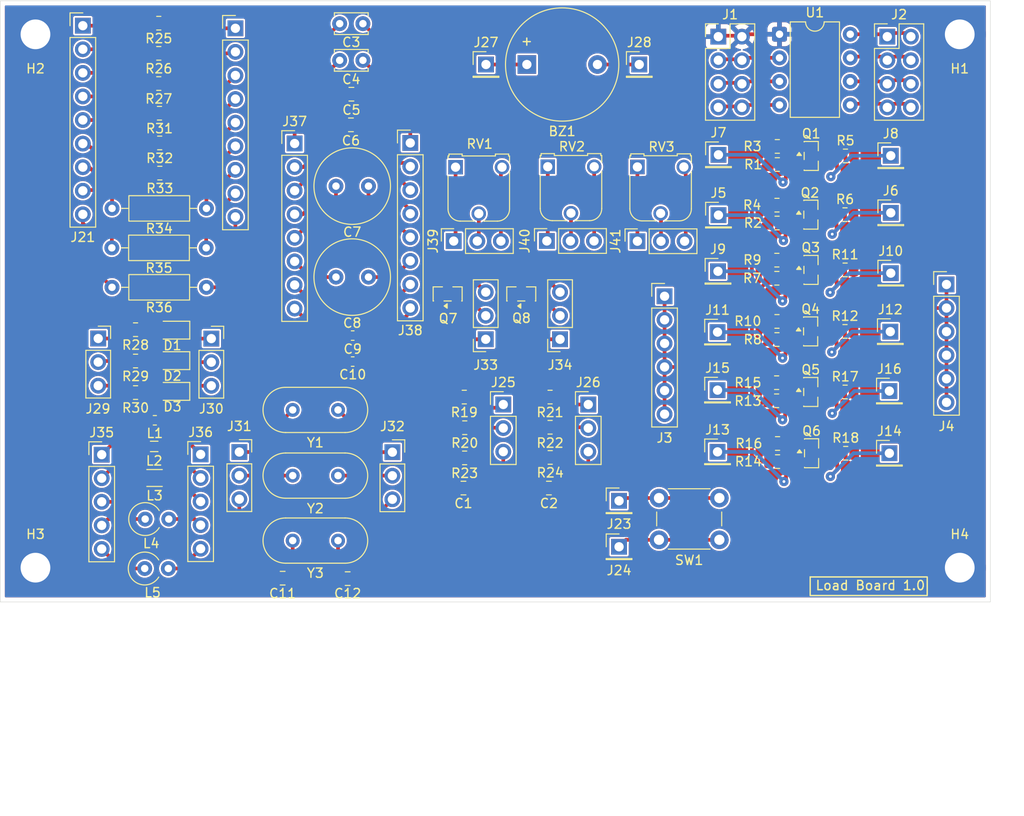
<source format=kicad_pcb>
(kicad_pcb (version 20241229) (generator "pcbnew") (generator_version "9.0")
  (title_block (title "CAN_Board") (date "2025-10-26") (rev "1.0") (company "PKl"))
  (layers (0 "F.Cu" signal) (2 "B.Cu" signal) (13 "F.Paste" user) (15 "B.Paste" user) (5 "F.SilkS" user "F.Silkscreen") (7 "B.SilkS" user "B.Silkscreen") (1 "F.Mask" user) (3 "B.Mask" user) (25 "Edge.Cuts" user))
  (net 0 "")
  (net 1 "GND")
  (net 2 "BZ_IN")
  (net 3 "BZ_OUT")
  (net 4 "Divider_OUT_1")
  (net 5 "Divider_OUT_2")
  (net 6 "Load_C_OUT_1")
  (net 7 "Load_C_IN_1")
  (net 8 "Load_C_IN_2")
  (net 9 "Net-(D1-A)")
  (net 10 "Load_C_OUT_2")
  (net 11 "Load_C_IN_3")
  (net 12 "Load_C_OUT_3")
  (net 13 "Load_C_OUT_4")
  (net 14 "Load_C_IN_4")
  (net 15 "Load_C_OUT_5")
  (net 16 "Load_C_IN_5")
  (net 17 "Load_C_IN_6")
  (net 18 "Load_C_OUT_6")
  (net 19 "Load_C_IN_7")
  (net 20 "Load_C_OUT_7")
  (net 21 "Load_C_OUT_8")
  (net 22 "Load_C_IN_8")
  (net 23 "Net-(C11-Pad2)")
  (net 24 "Load_Crystal_IN_3")
  (net 25 "Net-(C12-Pad1)")
  (net 26 "Load_Crystal_OUT_3")
  (net 27 "Load_LED_OUT_1")
  (net 28 "Load_LED_OUT_2")
  (net 29 "Net-(D2-A)")
  (net 30 "Net-(D3-A)")
  (net 31 "Load_LED_OUT_3")
  (net 32 "U1_5")
  (net 33 "U1_2")
  (net 34 "U1_3")
  (net 35 "3V3_IN")
  (net 36 "U1_4")
  (net 37 "U1_6")
  (net 38 "U1_7")
  (net 39 "U1_8")
  (net 40 "5V_IN")
  (net 41 "COM_3V3_2")
  (net 42 "COM_5V_2")
  (net 43 "COM_3V3_1")
  (net 44 "COM_5V_1")
  (net 45 "COM_3V3_4")
  (net 46 "COM_5V_4")
  (net 47 "COM_3V3_3")
  (net 48 "COM_5V_3")
  (net 49 "COM_3V3_6")
  (net 50 "COM_5V_6")
  (net 51 "COM_3V3_5")
  (net 52 "COM_5V_5")
  (net 53 "Load_L_IN_5")
  (net 54 "Load_L_IN_1")
  (net 55 "Load_L_IN_2")
  (net 56 "Load_L_IN_3")
  (net 57 "Load_L_IN_4")
  (net 58 "Divider_IN_1")
  (net 59 "Divider_GND_1")
  (net 60 "Load_LED_IN_1")
  (net 61 "Load_LED_IN_2")
  (net 62 "Load_LED_IN_3")
  (net 63 "Load_L_OUT_5")
  (net 64 "Load_L_OUT_1")
  (net 65 "Load_L_OUT_2")
  (net 66 "Load_L_OUT_3")
  (net 67 "Load_L_OUT_4")
  (net 68 "Divider_IN_2")
  (net 69 "Divider_GND_2")
  (net 70 "Load_R_IN_1")
  (net 71 "Load_R_IN_2")
  (net 72 "Load_R_IN_3")
  (net 73 "Load_Crystal_IN_1")
  (net 74 "Load_Crystal_IN_2")
  (net 75 "Load_R_OUT_1")
  (net 76 "Load_R_OUT_2")
  (net 77 "Load_R_OUT_3")
  (net 78 "Load_Crystal_OUT_1")
  (net 79 "Load_Crystal_OUT_2")
  (net 80 "Load_R_IN_4")
  (net 81 "Load_R_IN_5")
  (net 82 "Load_R_IN_6")
  (net 83 "Load_R_OUT_4")
  (net 84 "Load_R_OUT_5")
  (net 85 "Load_R_OUT_6")
  (net 86 "SW_IN")
  (net 87 "SW_OUT")
  (net 88 "Load_R_IN_7")
  (net 89 "Load_R_IN_8")
  (net 90 "Load_R_IN_9")
  (net 91 "T1_1")
  (net 92 "T1_2")
  (net 93 "T1_3")
  (net 94 "Load_R_OUT_7")
  (net 95 "Load_R_OUT_8")
  (net 96 "Load_R_OUT_9")
  (net 97 "T2_1")
  (net 98 "T2_2")
  (net 99 "T2_3")
  (net 100 "Net-(Q1-G)")
  (net 101 "Net-(Q2-G)")
  (net 102 "Net-(Q3-G)")
  (net 103 "Net-(Q4-G)")
  (net 104 "Net-(Q5-G)")
  (net 105 "Net-(Q6-G)")
  (net 106 "Net-(R19-Pad2)")
  (net 107 "Net-(R21-Pad2)")
  (net 108 "RV1_3")
  (net 109 "RV1_2")
  (net 110 "RV1_1")
  (net 111 "RV2_1")
  (net 112 "RV2_2")
  (net 113 "RV2_3")
  (net 114 "RV3_2")
  (net 115 "RV3_1")
  (net 116 "RV3_3")
  (footprint "Connector_PinSocket_2.54mm:PinSocket_1x03_P2.54mm_Vertical" (layer "F.Cu") (at 181.9725 93.9 180)
    (property "Reference" "J34")
    (property "Value" "T_2")
  )
  (footprint "Connector_PinHeader_2.54mm:PinHeader_1x01_P2.54mm_Vertical" (layer "F.Cu") (at 199.025 74.025)
    (property "Reference" "J7")
    (property "Value" "LVL_IN_1")
  )
  (footprint "Inductor_THT:L_Axial_L7.0mm_D3.3mm_P2.54mm_Vertical_Fastron_MICC" (layer "F.Cu") (at 137.26125 118.59)
    (property "Reference" "L5")
    (property "Value" "L")
  )
  (footprint "Inductor_SMD:L_1206_3216Metric_Pad1.22x1.90mm_HandSolder" (layer "F.Cu") (at 138.31875 108.84)
    (property "Reference" "L3")
    (property "Value" "L")
  )
  (footprint "Resistor_SMD:R_0805_2012Metric" (layer "F.Cu") (at 138.775 66.35 180)
    (property "Reference" "R27")
    (property "Value" "0")
  )
  (footprint "Connector_PinHeader_2.54mm:PinHeader_1x01_P2.54mm_Vertical" (layer "F.Cu") (at 188.325 116.25)
    (property "Reference" "J24")
    (property "Value" "SW_OUT")
  )
  (footprint "Resistor_SMD:R_0805_2012Metric" (layer "F.Cu") (at 212.6625 86.425)
    (property "Reference" "R11")
    (property "Value" "4K7")
  )
  (footprint "Resistor_SMD:R_0805_2012Metric" (layer "F.Cu") (at 180.9125 106.625 180)
    (property "Reference" "R24")
    (property "Value" "1K")
  )
  (footprint "Resistor_SMD:R_0805_2012Metric" (layer "F.Cu") (at 136.275 99.64 180)
    (property "Reference" "R30")
    (property "Value" "0")
  )
  (footprint "Resistor_SMD:R_0805_2012Metric" (layer "F.Cu") (at 212.725 106.175)
    (property "Reference" "R18")
    (property "Value" "4K7")
  )
  (footprint "MountingHole:MountingHole_3.2mm_M3_DIN965_Pad" (layer "F.Cu") (at 125.5 61.05)
    (property "Reference" "H2")
    (property "Value" "MountingHole_Pad" (hide yes))
  )
  (footprint "Connector_PinHeader_2.54mm:PinHeader_1x01_P2.54mm_Vertical" (layer "F.Cu") (at 198.925 99.375)
    (property "Reference" "J15")
    (property "Value" "LVL_IN_5")
  )
  (footprint "Connector_PinHeader_2.54mm:PinHeader_1x03_P2.54mm_Vertical" (layer "F.Cu") (at 185.0125 100.925)
    (property "Reference" "J26")
    (property "Value" "Divider_2")
  )
  (footprint "Connector_PinHeader_2.54mm:PinHeader_1x01_P2.54mm_Vertical" (layer "F.Cu") (at 199.025 80.525)
    (property "Reference" "J5")
    (property "Value" "LVL_IN_2")
  )
  (footprint "Resistor_THT:R_Axial_DIN0207_L6.3mm_D2.5mm_P10.16mm_Horizontal" (layer "F.Cu") (at 143.88 84.05 180)
    (property "Reference" "R35")
    (property "Value" "0")
  )
  (footprint "Resistor_SMD:R_0805_2012Metric" (layer "F.Cu") (at 212.7 74.15)
    (property "Reference" "R5")
    (property "Value" "4K7")
  )
  (footprint "Capacitor_THT:C_Radial_D8.0mm_H7.0mm_P3.50mm" (layer "F.Cu") (at 157.85 87.2)
    (property "Reference" "C8")
    (property "Value" "C_Polarized" (hide yes))
  )
  (footprint "Connector_PinHeader_2.54mm:PinHeader_1x03_P2.54mm_Vertical" (layer "F.Cu") (at 175.8625 100.925)
    (property "Reference" "J25")
    (property "Value" "Divider_1")
  )
  (footprint "Connector_PinHeader_2.54mm:PinHeader_1x01_P2.54mm_Vertical" (layer "F.Cu") (at 174 64.3)
    (property "Reference" "J27")
    (property "Value" "BZ_IN")
  )
  (footprint "Connector_PinHeader_2.54mm:PinHeader_1x01_P2.54mm_Vertical" (layer "F.Cu") (at 217.525 93.075)
    (property "Reference" "J12")
    (property "Value" "LVL_OUT_4")
  )
  (footprint "Resistor_SMD:R_0805_2012Metric" (layer "F.Cu") (at 205.325 93.925 180)
    (property "Reference" "R8")
    (property "Value" "4K7")
  )
  (footprint "Capacitor_SMD:C_0805_2012Metric_Pad1.18x1.45mm_HandSolder" (layer "F.Cu") (at 159.4625 70.8)
    (property "Reference" "C6")
    (property "Value" "C")
  )
  (footprint "Connector_PinHeader_2.54mm:PinHeader_1x01_P2.54mm_Vertical" (layer "F.Cu") (at 198.975 86.575)
    (property "Reference" "J9")
    (property "Value" "LVL_IN_3")
  )
  (footprint "Package_TO_SOT_SMD:SOT-23" (layer "F.Cu") (at 169.8725 89.0125 90)
    (property "Reference" "Q7")
    (property "Value" "BSS138")
  )
  (footprint "Resistor_THT:R_Axial_DIN0207_L6.3mm_D2.5mm_P10.16mm_Horizontal" (layer "F.Cu") (at 143.905 79.8 180)
    (property "Reference" "R34")
    (property "Value" "0")
  )
  (footprint "Package_TO_SOT_SMD:SOT-23" (layer "F.Cu") (at 177.7975 89.0125 90)
    (property "Reference" "Q8")
    (property "Value" "BSS138" (hide yes))
  )
  (footprint "Connector_PinHeader_2.54mm:PinHeader_1x06_P2.54mm_Vertical" (layer "F.Cu") (at 193.225 89.265)
    (property "Reference" "J3")
    (property "Value" "Conn_01x06_Pin")
  )
  (footprint "Resistor_SMD:R_0805_2012Metric" (layer "F.Cu") (at 171.6625 100.125 180)
    (property "Reference" "R19")
    (property "Value" "x")
  )
  (footprint "Resistor_SMD:R_0805_2012Metric" (layer "F.Cu") (at 212.65 80.475)
    (property "Reference" "R6")
    (property "Value" "4K7")
  )
  (footprint "Resistor_SMD:R_0805_2012Metric" (layer "F.Cu") (at 138.775 63.1 180)
    (property "Reference" "R26")
    (property "Value" "0")
  )
  (footprint "Resistor_SMD:R_0805_2012Metric" (layer "F.Cu") (at 205.3625 75.075 180)
    (property "Reference" "R1")
    (property "Value" "4K7")
  )
  (footprint "LED_SMD:LED_0805_2012Metric_Pad1.15x1.40mm_HandSolder" (layer "F.Cu") (at 140.25 99.51 180)
    (property "Reference" "D3")
    (property "Value" "LED")
  )
  (footprint "Resistor_SMD:R_0805_2012Metric" (layer "F.Cu") (at 212.6625 99.575)
    (property "Reference" "R17")
    (property "Value" "4K7")
  )
  (footprint "Connector_PinSocket_2.54mm:PinSocket_1x03_P2.54mm_Vertical" (layer "F.Cu") (at 163.9225 106.0575)
    (property "Reference" "J32")
    (property "Value" "CRYSTAL_OUT")
  )
  (footprint "Potentiometer_THT:Potentiometer_Runtron_RM-065_Vertical" (layer "F.Cu") (at 190.3 75.335)
    (property "Reference" "RV3")
    (property "Value" "R_Potentiometer")
  )
  (footprint "Connector_PinHeader_2.54mm:PinHeader_1x01_P2.54mm_Vertical" (layer "F.Cu") (at 198.925 93.125)
    (property "Reference" "J11")
    (property "Value" "LVL_IN_4")
  )
  (footprint "Capacitor_SMD:C_0805_2012Metric_Pad1.18x1.45mm_HandSolder" (layer "F.Cu") (at 180.775 109.925)
    (property "Reference" "C2")
    (property "Value" "100nF")
  )
  (footprint "Package_TO_SOT_SMD:SOT-23" (layer "F.Cu") (at 209.0125 74.15)
    (property "Reference" "Q1")
    (property "Value" "BSS138")
  )
  (footprint "Resistor_SMD:R_0805_2012Metric" (layer "F.Cu") (at 212.65 93.05)
    (property "Reference" "R12")
    (property "Value" "4K7")
  )
  (footprint "Connector_PinHeader_2.54mm:PinHeader_1x01_P2.54mm_Vertical" (layer "F.Cu") (at 217.575 86.775)
    (property "Reference" "J10")
    (property "Value" "LVL_OUT_3")
  )
  (footprint "Capacitor_SMD:C_0805_2012Metric_Pad1.18x1.45mm_HandSolder" (layer "F.Cu") (at 159.5125 67.5)
    (property "Reference" "C5")
    (property "Value" "C")
  )
  (footprint "Connector_PinSocket_2.54mm:PinSocket_1x03_P2.54mm_Vertical" (layer "F.Cu") (at 170.525 83.32 90)
    (property "Reference" "J39")
    (property "Value" "RV1")
  )
  (footprint "Connector_PinHeader_2.54mm:PinHeader_1x01_P2.54mm_Vertical" (layer "F.Cu") (at 217.425 99.475)
    (property "Reference" "J16")
    (property "Value" "LVL_OUT_5")
  )
  (footprint "Resistor_SMD:R_0805_2012Metric" (layer "F.Cu") (at 205.3125 87.325 180)
    (property "Reference" "R7")
    (property "Value" "4K7")
  )
  (footprint "Resistor_SMD:R_0805_2012Metric" (layer "F.Cu") (at 180.9 103.375)
    (property "Reference" "R22")
    (property "Value" "x")
  )
  (footprint "Capacitor_THT:C_Disc_D3.4mm_W2.1mm_P2.50mm" (layer "F.Cu") (at 158.25 59.9)
    (property "Reference" "C3")
    (property "Value" "C")
  )
  (footprint "Package_TO_SOT_SMD:SOT-23" (layer "F.Cu") (at 208.9625 99.575)
    (property "Reference" "Q5")
    (property "Value" "BSS138")
  )
  (footprint "Capacitor_THT:C_Radial_D8.0mm_H7.0mm_P3.50mm" (layer "F.Cu") (at 157.85 77.4)
    (property "Reference" "C7")
    (property "Value" "C_Polarized")
  )
  (footprint "Connector_PinHeader_2.54mm:PinHeader_1x01_P2.54mm_Vertical" (layer "F.Cu") (at 190.5 64.3)
    (property "Reference" "J28")
    (property "Value" "BZ_OUT")
  )
  (footprint "Connector_PinHeader_2.54mm:PinHeader_2x04_P2.54mm_Vertical" (layer "F.Cu") (at 199.01 61.3)
    (property "Reference" "J1")
    (property "Value" "Conn_02x04_Odd_Even")
  )
  (footprint "Connector_PinSocket_2.54mm:PinSocket_1x03_P2.54mm_Vertical" (layer "F.Cu") (at 180.55 83.31 90)
    (property "Reference" "J40")
    (property "Value" "RV2")
  )
  (footprint "Connector_PinSocket_2.54mm:PinSocket_1x03_P2.54mm_Vertical" (layer "F.Cu") (at 147.4475 106.0425)
    (property "Reference" "J31")
    (property "Value" "CRYSTAL_IN")
  )
  (footprint "Inductor_SMD:L_0805_2012Metric_Pad1.05x1.20mm_HandSolder" (layer "F.Cu") (at 138.28125 105.44)
    (property "Reference" "L2")
    (property "Value" "L")
  )
  (footprint "Button_Switch_THT:SW_PUSH_6mm" (layer "F.Cu") (at 192.625 111)
    (property "Reference" "SW1")
    (property "Value" "Tact Switch 6x6mm / 13mm")
  )
  (footprint "Connector_PinHeader_2.54mm:PinHeader_1x05_P2.54mm_Vertical" (layer "F.Cu") (at 132.63125 106.325)
    (property "Reference" "J35")
    (property "Value" "L_IN")
  )
  (footprint "Capacitor_SMD:C_0603_1608Metric_Pad1.08x0.95mm_HandSolder" (layer "F.Cu") (at 159.65 96.3)
    (property "Reference" "C10")
    (property "Value" "C")
  )
  (footprint "Resistor_SMD:R_0805_2012Metric" (layer "F.Cu") (at 205.3625 73.125 180)
    (property "Reference" "R3")
    (property "Value" "4K7")
  )
  (footprint "Resistor_SMD:R_0805_2012Metric" (layer "F.Cu") (at 205.325 91.975 180)
    (property "Reference" "R10")
    (property "Value" "4K7")
  )
  (footprint "Connector_PinHeader_2.54mm:PinHeader_1x08_P2.54mm_Vertical" (layer "F.Cu") (at 153.4 72.81)
    (property "Reference" "J37")
    (property "Value" "C_IN")
  )
  (footprint "Package_TO_SOT_SMD:SOT-23" (layer "F.Cu") (at 208.9875 86.425)
    (property "Reference" "Q3")
    (property "Value" "BSS138")
  )
  (footprint "Connector_PinSocket_2.54mm:PinSocket_1x03_P2.54mm_Vertical" (layer "F.Cu") (at 173.9725 93.9 180)
    (property "Reference" "J33")
    (property "Value" "T_1")
  )
  (footprint "Connector_PinHeader_2.54mm:PinHeader_1x01_P2.54mm_Vertical" (layer "F.Cu") (at 198.925 106.025)
    (property "Reference" "J13")
    (property "Value" "LVL_IN_6")
  )
  (footprint "Resistor_SMD:R_0805_2012Metric" (layer "F.Cu") (at 136.275 92.865 180)
    (property "Reference" "R28")
    (property "Value" "0")
  )
  (footprint "Resistor_SMD:R_0805_2012Metric" (layer "F.Cu") (at 138.85 69.55 180)
    (property "Reference" "R31")
    (property "Value" "0")
  )
  (footprint "Connector_PinSocket_2.54mm:PinSocket_1x03_P2.54mm_Vertical" (layer "F.Cu") (at 190.3 83.335 90)
    (property "Reference" "J41")
    (property "Value" "RV3")
  )
  (footprint "Connector_PinHeader_2.54mm:PinHeader_1x01_P2.54mm_Vertical" (layer "F.Cu") (at 217.425 106.175)
    (property "Reference" "J14")
    (property "Value" "LVL_OUT_6")
  )
  (footprint "Crystal:Crystal_HC49-4H_Vertical" (layer "F.Cu") (at 153.1925 108.5825)
    (property "Reference" "Y2")
    (property "Value" "Crystal")
  )
  (footprint "Connector_PinHeader_2.54mm:PinHeader_1x01_P2.54mm_Vertical" (layer "F.Cu") (at 188.325 111.3)
    (property "Reference" "J23")
    (property "Value" "SW_IN")
  )
  (footprint "Connector_PinHeader_2.54mm:PinHeader_2x04_P2.54mm_Vertical" (layer "F.Cu") (at 217.2 61.3)
    (property "Reference" "J2")
    (property "Value" "Conn_02x04_Odd_Even")
  )
  (footprint "Inductor_SMD:L_0603_1608Metric_Pad1.05x0.95mm_HandSolder" (layer "F.Cu") (at 138.35 102.625)
    (property "Reference" "L1")
    (property "Value" "L")
  )
  (footprint "Capacitor_SMD:C_0805_2012Metric_Pad1.18x1.45mm_HandSolder" (layer "F.Cu") (at 159.11 119.6825)
    (property "Reference" "C12")
    (property "Value" "C")
  )
  (footprint "Resistor_THT:R_Axial_DIN0207_L6.3mm_D2.5mm_P10.16mm_Horizontal" (layer "F.Cu") (at 143.9 88.3 180)
    (property "Reference" "R36")
    (property "Value" "0")
  )
  (footprint "Potentiometer_THT:Potentiometer_Runtron_RM-065_Vertical" (layer "F.Cu") (at 180.65 75.31)
    (property "Reference" "RV2")
    (property "Value" "R_Potentiometer")
  )
  (footprint "Potentiometer_THT:Potentiometer_Runtron_RM-065_Vertical" (layer "F.Cu") (at 170.725 75.36)
    (property "Reference" "RV1")
    (property "Value" "R_Potentiometer")
  )
  (footprint "Resistor_SMD:R_0805_2012Metric" (layer "F.Cu") (at 138.8875 76 180)
    (property "Reference" "R33")
    (property "Value" "0")
  )
  (footprint "Connector_PinSocket_2.54mm:PinSocket_1x03_P2.54mm_Vertical" (layer "F.Cu") (at 144.43125 93.825)
    (property "Reference" "J30")
    (property "Value" "LED_OUT")
  )
  (footprint "Crystal:Crystal_HC49-4H_Vertical" (layer "F.Cu") (at 153.1925 101.5075)
    (property "Reference" "Y1")
    (property "Value" "Crystal")
  )
  (footprint "Connector_PinHeader_2.54mm:PinHeader_1x06_P2.54mm_Vertical" (layer "F.Cu") (at 223.575 87.995)
    (property "Reference" "J4")
    (property "Value" "Conn_01x06_Pin")
  )
  (footprint "Package_TO_SOT_SMD:SOT-23" (layer "F.Cu") (at 208.975 80.475)
    (property "Reference" "Q2")
    (property "Value" "BSS138")
  )
  (footprint "Package_TO_SOT_SMD:SOT-23" (layer "F.Cu") (at 209.05 106.175)
    (property "Reference" "Q6")
    (property "Value" "BSS138" (hide yes))
  )
  (footprint "Connector_PinHeader_2.54mm:PinHeader_1x08_P2.54mm_Vertical" (layer "F.Cu") (at 165.85 72.75)
    (property "Reference" "J38")
    (property "Value" "C_OUT")
  )
  (footprint "Resistor_SMD:R_0805_2012Metric" (layer "F.Cu") (at 180.9 100.125 180)
    (property "Reference" "R21")
    (property "Value" "x")
  )
  (footprint "Capacitor_SMD:C_0805_2012Metric_Pad1.18x1.45mm_HandSolder" (layer "F.Cu") (at 152.11 119.6325)
    (property "Reference" "C11")
    (property "Value" "C")
  )
  (footprint "Resistor_SMD:R_0805_2012Metric" (layer "F.Cu") (at 205.325 79.45 180)
    (property "Reference" "R4")
    (property "Value" "4K7")
  )
  (footprint "Inductor_THT:L_Axial_L7.0mm_D3.3mm_P2.54mm_Vertical_Fastron_MICC" (layer "F.Cu") (at 137.31125 113.265)
    (property "Reference" "L4")
    (property "Value" "L")
  )
  (footprint "Resistor_SMD:R_0805_2012Metric" (layer "F.Cu") (at 205.3875 107.075 180)
    (property "Reference" "R14")
    (property "Value" "4K7")
  )
  (footprint "Resistor_SMD:R_0805_2012Metric" (layer "F.Cu") (at 205.2875 98.575 180)
    (property "Reference" "R15")
    (property "Value" "4K7")
  )
  (footprint "Capacitor_SMD:C_0805_2012Metric_Pad1.18x1.45mm_HandSolder" (layer "F.Cu") (at 171.575 109.925)
    (property "Reference" "C1")
    (property "Value" "100nF")
  )
  (footprint "MountingHole:MountingHole_3.2mm_M3_DIN965_Pad" (layer "F.Cu") (at 125.5 118.5)
    (property "Reference" "H3")
    (property "Value" "MountingHole_Pad" (hide yes))
  )
  (footprint "Resistor_SMD:R_0805_2012Metric" (layer "F.Cu") (at 136.275 96.24 180)
    (property "Reference" "R29")
    (property "Value" "0")
  )
  (footprint "LED_SMD:LED_0805_2012Metric_Pad1.15x1.40mm_HandSolder" (layer "F.Cu") (at 140.25 92.915 180)
    (property "Reference" "D1")
    (property "Value" "LED")
  )
  (footprint "Connector_PinHeader_2.54mm:PinHeader_1x09_P2.54mm_Vertical" (layer "F.Cu") (at 130.6 60.12)
    (property "Reference" "J21")
    (property "Value" "R_IN")
  )
  (footprint "Connector_PinHeader_2.54mm:PinHeader_1x09_P2.54mm_Vertical" (layer "F.Cu") (at 147.025 60.4)
    (property "Reference" "J22" (hide yes))
    (property "Value" "R_OUT")
  )
  (footprint "Connector_PinHeader_2.54mm:PinHeader_1x05_P2.54mm_Vertical" (layer "F.Cu") (at 143.28125 106.3)
    (property "Reference" "J36")
    (property "Value" "L_OUT")
  )
  (footprint "Resistor_SMD:R_0805_2012Metric" (layer "F.Cu") (at 205.3875 105.125 180)
    (property "Reference" "R16")
    (property "Value" "4K7")
  )
  (footprint "Resistor_SMD:R_0805_2012Metric" (layer "F.Cu") (at 138.875 72.75 180)
    (property "Reference" "R32")
    (property "Value" "0")
  )
  (footprint "Package_DIP:DIP-8_W7.62mm" (layer "F.Cu") (at 205.595 61.04)
    (property "Reference" "U1")
    (property "Value" "NE555P")
  )
  (footprint "Resistor_SMD:R_0805_2012Metric" (layer "F.Cu") (at 138.775 59.85 180)
    (property "Reference" "R25")
    (property "Value" "0")
  )
  (footprint "Resistor_SMD:R_0805_2012Metric" (layer "F.Cu") (at 205.3125 85.375 180)
    (property "Reference" "R9")
    (property "Value" "4K7")
  )
  (footprint "Connector_PinHeader_2.54mm:PinHeader_1x01_P2.54mm_Vertical" (layer "F.Cu") (at 217.575 80.275)
    (property "Reference" "J6")
    (property "Value" "LVL_OUT_2")
  )
  (footprint "LED_SMD:LED_0805_2012Metric_Pad1.15x1.40mm_HandSolder" (layer "F.Cu") (at 140.25 96.2 180)
    (property "Reference" "D2")
    (property "Value" "LED")
  )
  (footprint "Resistor_SMD:R_0805_2012Metric" (layer "F.Cu") (at 205.2875 100.525 180)
    (property "Reference" "R13")
    (property "Value" "4K7")
  )
  (footprint "Package_TO_SOT_SMD:SOT-23" (layer "F.Cu") (at 208.95 93.05)
    (property "Reference" "Q4")
    (property "Value" "BSS138")
  )
  (footprint "Resistor_SMD:R_0805_2012Metric" (layer "F.Cu") (at 171.7 106.675 180)
    (property "Reference" "R23")
    (property "Value" "1K")
  )
  (footprint "Crystal:Crystal_HC49-4H_Vertical" (layer "F.Cu") (at 153.1925 115.5825)
    (property "Reference" "Y3")
    (property "Value" "Crystal")
  )
  (footprint "Resistor_SMD:R_0805_2012Metric" (layer "F.Cu") (at 205.3375 81.375 180)
    (property "Reference" "R2")
    (property "Value" "4K7")
  )
  (footprint "Capacitor_THT:C_Disc_D3.4mm_W2.1mm_P2.50mm" (layer "F.Cu") (at 158.25 63.85)
    (property "Reference" "C4")
    (property "Value" "C")
  )
  (footprint "MountingHole:MountingHole_3.2mm_M3_DIN965_Pad" (layer "F.Cu") (at 225 118.5)
    (property "Reference" "H4")
    (property "Value" "MountingHole_Pad")
  )
  (footprint "Capacitor_SMD:C_0603_1608Metric_Pad1.08x0.95mm_HandSolder" (layer "F.Cu") (at 159.65 93.5)
    (property "Reference" "C9")
    (property "Value" "C")
  )
  (footprint "Buzzer_Beeper:Buzzer_12x9.5RM7.6" (layer "F.Cu") (at 178.4 64.3)
    (property "Reference" "BZ1")
    (property "Value" "Buzzer 5V 12mm")
  )
  (footprint "Connector_PinSocket_2.54mm:PinSocket_1x03_P2.54mm_Vertical" (layer "F.Cu") (at 132.25625 93.815)
    (property "Reference" "J29")
    (property "Value" "LED_IN")
  )
  (footprint "Resistor_SMD:R_0805_2012Metric" (layer "F.Cu") (at 171.7125 103.425)
    (property "Reference" "R20")
    (property "Value" "x")
  )
  (footprint "MountingHole:MountingHole_3.2mm_M3_DIN965_Pad" (layer "F.Cu") (at 225 61.05)
    (property "Reference" "H1")
    (property "Value" "MountingHole_Pad" (hide yes))
  )
  (footprint "Connector_PinHeader_2.54mm:PinHeader_1x01_P2.54mm_Vertical" (layer "F.Cu") (at 217.575 74.125)
    (property "Reference" "J8")
    (property "Value" "LVL_OUT_1")
  )
  (gr_rect (start 208.9 119.5) (end 221.5 121.5) (stroke (width 0.15)) (fill no) (layer "F.SilkS"))
  (gr_rect (start 121.707152 57.44) (end 228.3 122.195) (stroke (width 0.05)) (fill no) (layer "Edge.Cuts"))
  (gr_text "Load Board 1.0" (at 209.4 121 0) (layer "F.SilkS") (effects (font (size 1 1)) (justify left bottom)))
  (segment (start 205.595 61.04) (end 201.31 61.04) (width 0.4) (layer "F.Cu") (net 1))
  (segment (start 201.31 61.04) (end 201.15 61.2) (width 0.4) (layer "F.Cu") (net 1))
  (segment (start 198.61 61.2) (end 201.15 61.2) (width 0.4) (layer "F.Cu") (net 1))
  (segment (start 178.4 64.3) (end 174 64.3) (width 0.4) (layer "F.Cu") (net 2))
  (segment (start 186 64.3) (end 190.5 64.3) (width 0.4) (layer "F.Cu") (net 3))
  (segment (start 171.1625 111.475) (end 175.1625 111.475) (width 0.4) (layer "F.Cu") (net 4))
  (segment (start 170.5375 109.925) (end 170.5375 110.85) (width 0.4) (layer "F.Cu") (net 4))
  (segment (start 175.1625 111.475) (end 175.8625 110.775) (width 0.4) (layer "F.Cu") (net 4))
  (segment (start 172.49375 106.9125) (end 172.48125 106.925) (width 0.4) (layer "F.Cu") (net 4))
  (segment (start 175.8625 110.775) (end 175.8625 106.005) (width 0.4) (layer "F.Cu") (net 4))
  (segment (start 172.6125 107.85) (end 170.5375 109.925) (width 0.4) (layer "F.Cu") (net 4))
  (segment (start 170.5375 110.85) (end 171.1625 111.475) (width 0.4) (layer "F.Cu") (net 4))
  (segment (start 172.6125 106.675) (end 172.6125 107.85) (width 0.4) (layer "F.Cu") (net 4))
  (segment (start 180.5125 111.425) (end 179.7375 110.65) (width 0.4) (layer "F.Cu") (net 5))
  (segment (start 181.825 107.8375) (end 179.7375 109.925) (width 0.4) (layer "F.Cu") (net 5))
  (segment (start 181.825 106.625) (end 181.825 107.8375) (width 0.4) (layer "F.Cu") (net 5))
  (segment (start 184.7125 111.425) (end 180.5125 111.425) (width 0.4) (layer "F.Cu") (net 5))
  (segment (start 185.0125 106.005) (end 185.0125 111.125) (width 0.4) (layer "F.Cu") (net 5))
  (segment (start 179.7375 109.925) (end 179.7375 110.65) (width 0.4) (layer "F.Cu") (net 5))
  (segment (start 185.0125 111.125) (end 184.7125 111.425) (width 0.4) (layer "F.Cu") (net 5))
  (segment (start 165.85 65) (end 160.75 59.9) (width 0.4) (layer "F.Cu") (net 6))
  (segment (start 165.85 72.75) (end 165.85 65) (width 0.4) (layer "F.Cu") (net 6))
  (segment (start 153.4 64.75) (end 158.25 59.9) (width 0.4) (layer "F.Cu") (net 7))
  (segment (start 153.4 72.81) (end 153.4 64.75) (width 0.4) (layer "F.Cu") (net 7))
  (segment (start 155.05 67.05) (end 155.05 74.65) (width 0.4) (layer "F.Cu") (net 8))
  (segment (start 155.05 74.65) (end 154.35 75.35) (width 0.4) (layer "F.Cu") (net 8))
  (segment (start 158.25 63.85) (end 155.05 67.05) (width 0.4) (layer "F.Cu") (net 8))
  (segment (start 154.35 75.35) (end 153.4 75.35) (width 0.4) (layer "F.Cu") (net 8))
  (segment (start 139.225 92.915) (end 137.2375 92.915) (width 0.4) (layer "F.Cu") (net 9))
  (segment (start 137.2375 92.915) (end 137.1875 92.865) (width 0.4) (layer "F.Cu") (net 9))
  (segment (start 165.46 74.9) (end 165.85 75.29) (width 0.4) (layer "F.Cu") (net 10))
  (segment (start 160.75 63.85) (end 164.2 67.3) (width 0.4) (layer "F.Cu") (net 10))
  (segment (start 164.2 67.3) (end 164.2 74.9) (width 0.4) (layer "F.Cu") (net 10))
  (segment (start 164.2 74.9) (end 165.46 74.9) (width 0.4) (layer "F.Cu") (net 10))
  (segment (start 155.75 75.55) (end 155.1 76.2) (width 0.4) (layer "F.Cu") (net 11))
  (segment (start 155.09 76.2) (end 153.4 77.89) (width 0.4) (layer "F.Cu") (net 11))
  (segment (start 155.75 70.225) (end 155.75 75.55) (width 0.4) (layer "F.Cu") (net 11))
  (segment (start 158.475 67.5) (end 155.75 70.225) (width 0.4) (layer "F.Cu") (net 11))
  (segment (start 155.1 76.2) (end 155.09 76.2) (width 0.4) (layer "F.Cu") (net 11))
  (segment (start 165.85 77.8) (end 165.85 77.83) (width 0.4) (layer "F.Cu") (net 12))
  (segment (start 160.55 67.5) (end 163.5 70.45) (width 0.4) (layer "F.Cu") (net 12))
  (segment (start 163.5 75.45) (end 165.85 77.8) (width 0.4) (layer "F.Cu") (net 12))
  (segment (start 163.5 70.45) (end 163.5 75.45) (width 0.4) (layer "F.Cu") (net 12))
  (segment (start 161.05 70.8) (end 162.9 72.65) (width 0.4) (layer "F.Cu") (net 13))
  (segment (start 160.5 70.8) (end 161.05 70.8) (width 0.4) (layer "F.Cu") (net 13))
  (segment (start 165.85 80) (end 165.85 80.37) (width 0.4) (layer "F.Cu") (net 13))
  (segment (start 162.9 77.05) (end 165.85 80) (width 0.4) (layer "F.Cu") (net 13))
  (segment (start 162.9 72.65) (end 162.9 77.05) (width 0.4) (layer "F.Cu") (net 13))
  (segment (start 158.425 70.8) (end 156.4 72.825) (width 0.4) (layer "F.Cu") (net 14))
  (segment (start 154.27 80.43) (end 153.4 80.43) (width 0.4) (layer "F.Cu") (net 14))
  (segment (start 156.4 72.825) (end 156.4 78.3) (width 0.4) (layer "F.Cu") (net 14))
  (segment (start 156.4 78.3) (end 154.27 80.43) (width 0.4) (layer "F.Cu") (net 14))
  (segment (start 161.35 78.41) (end 161.35 77.4) (width 0.4) (layer "F.Cu") (net 15))
  (segment (start 165.85 82.91) (end 161.35 78.41) (width 0.4) (layer "F.Cu") (net 15))
  (segment (start 157.85 77.4) (end 157.85 78.52) (width 0.4) (layer "F.Cu") (net 16))
  (segment (start 157.85 78.52) (end 153.4 82.97) (width 0.4) (layer "F.Cu") (net 16))
  (segment (start 155.09 87.2) (end 153.4 85.51) (width 0.4) (layer "F.Cu") (net 17))
  (segment (start 157.85 87.2) (end 155.09 87.2) (width 0.4) (layer "F.Cu") (net 17))
  (segment (start 164.1 87.2) (end 165.85 85.45) (width 0.4) (layer "F.Cu") (net 18))
  (segment (start 161.35 87.2) (end 164.1 87.2) (width 0.4) (layer "F.Cu") (net 18))
  (segment (start 158.6875 93.6) (end 158.7875 93.5) (width 0.4) (layer "F.Cu") (net 19))
  (segment (start 158.7875 93.4375) (end 153.4 88.05) (width 0.4) (layer "F.Cu") (net 19))
  (segment (start 158.7875 93.5) (end 158.7875 93.4375) (width 0.4) (layer "F.Cu") (net 19))
  (segment (start 160.5125 93.3275) (end 165.85 87.99) (width 0.4) (layer "F.Cu") (net 20))
  (segment (start 160.5125 93.5) (end 160.5125 93.3275) (width 0.4) (layer "F.Cu") (net 20))
  (segment (start 165.85 90.53) (end 165.85 90.9625) (width 0.4) (layer "F.Cu") (net 21))
  (segment (start 165.85 90.9625) (end 160.5125 96.3) (width 0.4) (layer "F.Cu") (net 21))
  (segment (start 158.7875 96.3) (end 158.7875 95.9775) (width 0.4) (layer "F.Cu") (net 22))
  (segment (start 158.7875 95.9775) (end 153.4 90.59) (width 0.4) (layer "F.Cu") (net 22))
  (segment (start 153.1925 119.6525) (end 153.2225 119.6825) (width 0.4) (layer "F.Cu") (net 23))
  (segment (start 153.1925 115.5825) (end 153.1925 119.6525) (width 0.4) (layer "F.Cu") (net 23))
  (segment (start 147.4475 111.1225) (end 147.4475 116.0075) (width 0.4) (layer "F.Cu") (net 24))
  (segment (start 147.4475 116.0075) (end 151.0725 119.6325) (width 0.4) (layer "F.Cu") (net 24))
  (segment (start 158.0725 115.5825) (end 158.0725 119.695) (width 0.4) (layer "F.Cu") (net 25))
  (segment (start 160.1475 114.9125) (end 160.1475 119.6825) (width 0.4) (layer "F.Cu") (net 26))
  (segment (start 163.9225 111.1375) (end 160.1475 114.9125) (width 0.4) (layer "F.Cu") (net 26))
  (segment (start 144.43125 93.825) (end 142.185 93.825) (width 0.4) (layer "F.Cu") (net 27))
  (segment (start 142.185 93.825) (end 141.275 92.915) (width 0.4) (layer "F.Cu") (net 27))
  (segment (start 141.44 96.365) (end 141.275 96.2) (width 0.4) (layer "F.Cu") (net 28))
  (segment (start 144.43125 96.365) (end 141.44 96.365) (width 0.4) (layer "F.Cu") (net 28))
  (segment (start 137.1875 96.24) (end 139.185 96.24) (width 0.4) (layer "F.Cu") (net 29))
  (segment (start 139.185 96.24) (end 139.225 96.2) (width 0.4) (layer "F.Cu") (net 29))
  (segment (start 139.095 99.64) (end 139.225 99.51) (width 0.4) (layer "F.Cu") (net 30))
  (segment (start 137.3175 99.51) (end 137.1875 99.64) (width 0.4) (layer "F.Cu") (net 30))
  (segment (start 137.1875 99.64) (end 139.095 99.64) (width 0.4) (layer "F.Cu") (net 30))
  (segment (start 141.88 98.905) (end 141.275 99.51) (width 0.4) (layer "F.Cu") (net 31))
  (segment (start 144.43125 98.905) (end 141.88 98.905) (width 0.4) (layer "F.Cu") (net 31))
  (segment (start 213.345 68.53) (end 213.215 68.66) (width 0.4) (layer "F.Cu") (net 32))
  (segment (start 217.4 68.53) (end 213.345 68.53) (width 0.4) (layer "F.Cu") (net 32))
  (segment (start 219.94 68.53) (end 217.4 68.53) (width 0.4) (layer "F.Cu") (net 32))
  (segment (start 205.595 63.58) (end 201.31 63.58) (width 0.4) (layer "F.Cu") (net 33))
  (segment (start 201.31 63.58) (end 201.15 63.74) (width 0.4) (layer "F.Cu") (net 33))
  (segment (start 198.61 63.74) (end 201.15 63.74) (width 0.4) (layer "F.Cu") (net 33))
  (segment (start 205.595 66.12) (end 201.31 66.12) (width 0.4) (layer "F.Cu") (net 34))
  (segment (start 201.31 66.12) (end 201.15 66.28) (width 0.4) (layer "F.Cu") (net 34))
  (segment (start 201.15 66.28) (end 198.61 66.28) (width 0.4) (layer "F.Cu") (net 34))
  (segment (start 202.625 95.775) (end 202.625 101.825) (width 0.4) (layer "F.Cu") (net 35))
  (segment (start 204.025 81.375) (end 202.625 82.775) (width 0.4) (layer "F.Cu") (net 35))
  (segment (start 204.4 87.325) (end 204.4 85.375) (width 0.4) (layer "F.Cu") (net 35))
  (segment (start 204.4125 93.925) (end 204.4125 91.975) (width 0.4) (layer "F.Cu") (net 35))
  (segment (start 202.625 106.425) (end 203.275 107.075) (width 0.4) (layer "F.Cu") (net 35))
  (segment (start 204.4 87.55) (end 202.625 89.325) (width 0.4) (layer "F.Cu") (net 35))
  (segment (start 193.225 96.885) (end 201.065 96.885) (width 0.4) (layer "F.Cu") (net 35))
  (segment (start 203.925 100.525) (end 202.625 101.825) (width 0.4) (layer "F.Cu") (net 35))
  (segment (start 204.4 87.325) (end 204.4 87.55) (width 0.4) (layer "F.Cu") (net 35))
  (segment (start 204.45 75.075) (end 204.025 75.075) (width 0.4) (layer "F.Cu") (net 35))
  (segment (start 202.625 89.325) (end 202.625 95.325) (width 0.4) (layer "F.Cu") (net 35))
  (segment (start 202.625 76.675) (end 202.625 82.775) (width 0.4) (layer "F.Cu") (net 35))
  (segment (start 204.4125 93.925) (end 204.4125 93.9875) (width 0.4) (layer "F.Cu") (net 35))
  (segment (start 204.425 81.375) (end 204.025 81.375) (width 0.4) (layer "F.Cu") (net 35))
  (segment (start 204.375 100.525) (end 204.375 98.575) (width 0.4) (layer "F.Cu") (net 35))
  (segment (start 202.625 101.825) (end 202.625 106.425) (width 0.4) (layer "F.Cu") (net 35))
  (segment (start 202.525 76.575) (end 202.625 76.675) (width 0.4) (layer "F.Cu") (net 35))
  (segment (start 204.4125 93.9875) (end 202.625 95.775) (width 0.4) (layer "F.Cu") (net 35))
  (segment (start 204.025 75.075) (end 202.525 76.575) (width 0.4) (layer "F.Cu") (net 35))
  (segment (start 204.375 100.525) (end 203.925 100.525) (width 0.4) (layer "F.Cu") (net 35))
  (segment (start 204.45 73.125) (end 204.45 75.075) (width 0.4) (layer "F.Cu") (net 35))
  (segment (start 193.225 89.265) (end 193.225 101.965) (width 0.4) (layer "F.Cu") (net 35))
  (segment (start 204.425 81.375) (end 204.4125 81.3625) (width 0.4) (layer "F.Cu") (net 35))
  (segment (start 202.625 82.775) (end 202.625 89.325) (width 0.4) (layer "F.Cu") (net 35))
  (segment (start 204.4125 81.3625) (end 204.4125 79.45) (width 0.4) (layer "F.Cu") (net 35))
  (segment (start 204.475 107.075) (end 204.475 105.125) (width 0.4) (layer "F.Cu") (net 35))
  (segment (start 202.625 95.325) (end 202.625 95.775) (width 0.4) (layer "F.Cu") (net 35))
  (segment (start 201.065 96.885) (end 202.625 95.325) (width 0.4) (layer "F.Cu") (net 35))
  (segment (start 203.275 107.075) (end 204.475 107.075) (width 0.4) (layer "F.Cu") (net 35))
  (segment (start 201.31 68.66) (end 201.15 68.82) (width 0.4) (layer "F.Cu") (net 36))
  (segment (start 205.595 68.66) (end 201.31 68.66) (width 0.4) (layer "F.Cu") (net 36))
  (segment (start 201.15 68.82) (end 198.61 68.82) (width 0.4) (layer "F.Cu") (net 36))
  (segment (start 217.4 65.99) (end 219.94 65.99) (width 0.4) (layer "F.Cu") (net 37))
  (segment (start 217.27 66.12) (end 217.4 65.99) (width 0.4) (layer "F.Cu") (net 37))
  (segment (start 213.215 66.12) (end 217.27 66.12) (width 0.4) (layer "F.Cu") (net 37))
  (segment (start 217.4 63.45) (end 213.345 63.45) (width 0.4) (layer "F.Cu") (net 38))
  (segment (start 213.345 63.45) (end 213.215 63.58) (width 0.4) (layer "F.Cu") (net 38))
  (segment (start 219.94 63.45) (end 217.4 63.45) (width 0.4) (layer "F.Cu") (net 38))
  (segment (start 217.27 61.04) (end 217.4 60.91) (width 0.4) (layer "F.Cu") (net 39))
  (segment (start 213.215 61.04) (end 217.27 61.04) (width 0.4) (layer "F.Cu") (net 39))
  (segment (start 217.4 60.91) (end 219.94 60.91) (width 0.4) (layer "F.Cu") (net 39))
  (segment (start 213.5625 86.4125) (end 213.575 86.425) (width 0.4) (layer "F.Cu") (net 40))
  (segment (start 213.5625 80.475) (end 213.5625 86.4125) (width 0.4) (layer "F.Cu") (net 40))
  (segment (start 213.575 99.575) (end 213.575 106.1125) (width 0.4) (layer "F.Cu") (net 40))
  (segment (start 213.6125 74.15) (end 213.5625 74.2) (width 0.4) (layer "F.Cu") (net 40))
  (segment (start 213.5625 74.2) (end 213.5625 80.475) (width 0.4) (layer "F.Cu") (net 40))
  (segment (start 223.575 100.695) (end 223.575 87.995) (width 0.4) (layer "F.Cu") (net 40))
  (segment (start 223.575 90.535) (end 213.935 90.535) (width 0.4) (layer "F.Cu") (net 40))
  (segment (start 213.575 93.0375) (end 213.5625 93.05) (width 0.4) (layer "F.Cu") (net 40))
  (segment (start 213.575 90.175) (end 213.575 93.0375) (width 0.4) (layer "F.Cu") (net 40))
  (segment (start 213.5625 99.5625) (end 213.575 99.575) (width 0.4) (layer "F.Cu") (net 40))
  (segment (start 213.575 106.1125) (end 213.6375 106.175) (width 0.4) (layer "F.Cu") (net 40))
  (segment (start 213.935 90.535) (end 213.575 90.175) (width 0.4) (layer "F.Cu") (net 40))
  (segment (start 213.575 86.425) (end 213.575 90.175) (width 0.4) (layer "F.Cu") (net 40))
  (segment (start 213.5625 93.05) (end 213.5625 99.5625) (width 0.4) (layer "F.Cu") (net 40))
  (segment (start 208.0375 81.425) (end 206.3 81.425) (width 0.4) (layer "F.Cu") (net 41))
  (segment (start 206.25 81.375) (end 206.25 83.05) (width 0.4) (layer "F.Cu") (net 41))
  (segment (start 206.25 83.05) (end 206.025 83.275) (width 0.4) (layer "F.Cu") (net 41))
  (segment (start 206.3 81.425) (end 206.25 81.375) (width 0.4) (layer "F.Cu") (net 41))
  (via (at 206.025 83.275) (size 1) (drill 0.3) (layers "F.Cu" "B.Cu") (net 41))
  (segment (start 206.025 83.275) (end 203.275 80.525) (width 0.4) (layer "B.Cu") (net 41))
  (segment (start 203.275 80.525) (end 199.025 80.525) (width 0.4) (layer "B.Cu") (net 41))
  (segment (start 211.7375 80.475) (end 211.7375 82.1125) (width 0.4) (layer "F.Cu") (net 42))
  (segment (start 211.7375 82.1125) (end 211.275 82.575) (width 0.4) (layer "F.Cu") (net 42))
  (segment (start 209.9125 80.475) (end 211.7375 80.475) (width 0.4) (layer "F.Cu") (net 42))
  (via (at 211.275 82.575) (size 1) (drill 0.3) (layers "F.Cu" "B.Cu") (net 42))
  (segment (start 213.575 80.275) (end 217.575 80.275) (width 0.4) (layer "B.Cu") (net 42))
  (segment (start 211.275 82.575) (end 213.575 80.275) (width 0.4) (layer "B.Cu") (net 42))
  (segment (start 206.275 76.675) (end 205.975 76.975) (width 0.4) (layer "F.Cu") (net 43))
  (segment (start 208.075 75.1) (end 206.3 75.1) (width 0.4) (layer "F.Cu") (net 43))
  (segment (start 206.275 75.075) (end 206.275 76.675) (width 0.4) (layer "F.Cu") (net 43))
  (segment (start 206.3 75.1) (end 206.275 75.075) (width 0.4) (layer "F.Cu") (net 43))
  (via (at 205.975 76.975) (size 1) (drill 0.3) (layers "F.Cu" "B.Cu") (net 43))
  (segment (start 205.975 76.975) (end 203.025 74.025) (width 0.4) (layer "B.Cu") (net 43))
  (segment (start 203.025 74.025) (end 199.025 74.025) (width 0.4) (layer "B.Cu") (net 43))
  (segment (start 211.7875 75.7125) (end 211.125 76.375) (width 0.4) (layer "F.Cu") (net 44))
  (segment (start 211.7875 74.15) (end 211.7875 75.7125) (width 0.4) (layer "F.Cu") (net 44))
  (segment (start 209.95 74.15) (end 211.7875 74.15) (width 0.4) (layer "F.Cu") (net 44))
  (via (at 211.125 76.375) (size 1) (drill 0.3) (layers "F.Cu" "B.Cu") (net 44))
  (segment (start 213.375 74.125) (end 217.575 74.125) (width 0.4) (layer "B.Cu") (net 44))
  (segment (start 211.125 76.375) (end 213.375 74.125) (width 0.4) (layer "B.Cu") (net 44))
  (segment (start 206.2375 95.6125) (end 205.925 95.925) (width 0.4) (layer "F.Cu") (net 45))
  (segment (start 206.3125 94) (end 206.2375 93.925) (width 0.4) (layer "F.Cu") (net 45))
  (segment (start 206.2375 93.925) (end 206.2375 95.6125) (width 0.4) (layer "F.Cu") (net 45))
  (segment (start 208.0125 94) (end 206.3125 94) (width 0.4) (layer "F.Cu") (net 45))
  (via (at 205.925 95.925) (size 1) (drill 0.3) (layers "F.Cu" "B.Cu") (net 45))
  (segment (start 205.925 95.925) (end 203.125 93.125) (width 0.4) (layer "B.Cu") (net 45))
  (segment (start 203.125 93.125) (end 198.925 93.125) (width 0.4) (layer "B.Cu") (net 45))
  (segment (start 209.8875 93.05) (end 211.7375 93.05) (width 0.4) (layer "F.Cu") (net 46))
  (segment (start 211.7375 93.05) (end 211.7375 94.7625) (width 0.4) (layer "F.Cu") (net 46))
  (segment (start 211.7375 94.7625) (end 211.225 95.275) (width 0.4) (layer "F.Cu") (net 46))
  (segment (start 211.225 95.275) (end 211.175 95.325) (width 0.4) (layer "F.Cu") (net 46))
  (via (at 211.225 95.275) (size 1) (drill 0.3) (layers "F.Cu" "B.Cu") (net 46))
  (segment (start 213.425 93.075) (end 217.525 93.075) (width 0.4) (layer "B.Cu") (net 46))
  (segment (start 211.225 95.275) (end 213.425 93.075) (width 0.4) (layer "B.Cu") (net 46))
  (segment (start 206.225 89.475) (end 205.925 89.775) (width 0.4) (layer "F.Cu") (net 47))
  (segment (start 206.225 87.325) (end 206.225 89.475) (width 0.4) (layer "F.Cu") (net 47))
  (segment (start 206.7025 87.8025) (end 206.225 87.325) (width 0.4) (layer "F.Cu") (net 47))
  (segment (start 208.05 87.375) (end 206.275 87.375) (width 0.4) (layer "F.Cu") (net 47))
  (segment (start 206.275 87.375) (end 206.225 87.325) (width 0.4) (layer "F.Cu") (net 47))
  (via (at 205.925 89.775) (size 1) (drill 0.3) (layers "F.Cu" "B.Cu") (net 47))
  (segment (start 205.925 89.775) (end 202.725 86.575) (width 0.4) (layer "B.Cu") (net 47))
  (segment (start 202.725 86.575) (end 198.975 86.575) (width 0.4) (layer "B.Cu") (net 47))
  (segment (start 209.925 86.425) (end 211.75 86.425) (width 0.4) (layer "F.Cu") (net 48))
  (segment (start 211.75 88.15) (end 211.05 88.85) (width 0.4) (layer "F.Cu") (net 48))
  (segment (start 211.05 88.85) (end 211.025 88.875) (width 0.4) (layer "F.Cu") (net 48))
  (segment (start 211.75 86.425) (end 211.75 88.15) (width 0.4) (layer "F.Cu") (net 48))
  (via (at 211.05 88.85) (size 1) (drill 0.3) (layers "F.Cu" "B.Cu") (net 48))
  (segment (start 211.05 88.85) (end 213.125 86.775) (width 0.4) (layer "B.Cu") (net 48))
  (segment (start 213.125 86.775) (end 217.575 86.775) (width 0.4) (layer "B.Cu") (net 48))
  (segment (start 208.0625 107.075) (end 208.1125 107.125) (width 0.4) (layer "F.Cu") (net 49))
  (segment (start 206.3 107.075) (end 206.3 109) (width 0.4) (layer "F.Cu") (net 49))
  (segment (start 206.3 109) (end 206.075 109.225) (width 0.4) (layer "F.Cu") (net 49))
  (segment (start 206.3 107.075) (end 208.0625 107.075) (width 0.4) (layer "F.Cu") (net 49))
  (via (at 206.075 109.225) (size 1) (drill 0.3) (layers "F.Cu" "B.Cu") (net 49))
  (segment (start 206.075 109.225) (end 202.875 106.025) (width 0.4) (layer "B.Cu") (net 49))
  (segment (start 202.875 106.025) (end 198.925 106.025) (width 0.4) (layer "B.Cu") (net 49))
  (segment (start 211.8125 106.175) (end 211.8125 107.9375) (width 0.4) (layer "F.Cu") (net 50))
  (segment (start 211.8125 107.9375) (end 211.075 108.675) (width 0.4) (layer "F.Cu") (net 50))
  (segment (start 209.9875 106.175) (end 211.8125 106.175) (width 0.4) (layer "F.Cu") (net 50))
  (via (at 211.075 108.675) (size 1) (drill 0.3) (layers "F.Cu" "B.Cu") (net 50))
  (segment (start 211.075 108.675) (end 213.575 106.175) (width 0.4) (layer "B.Cu") (net 50))
  (segment (start 213.575 106.175) (end 217.425 106.175) (width 0.4) (layer "B.Cu") (net 50))
  (segment (start 208.025 100.525) (end 206.2 100.525) (width 0.4) (layer "F.Cu") (net 51))
  (segment (start 206.2 100.525) (end 206.2 102.3) (width 0.4) (layer "F.Cu") (net 51))
  (segment (start 206.2 102.3) (end 205.925 102.575) (width 0.4) (layer "F.Cu") (net 51))
  (via (at 205.925 102.575) (size 1) (drill 0.3) (layers "F.Cu" "B.Cu") (net 51))
  (segment (start 202.725 99.375) (end 198.925 99.375) (width 0.4) (layer "B.Cu") (net 51))
  (segment (start 205.925 102.575) (end 202.725 99.375) (width 0.4) (layer "B.Cu") (net 51))
  (segment (start 211.75 99.575) (end 211.75 101.4) (width 0.4) (layer "F.Cu") (net 52))
  (segment (start 211.75 101.4) (end 211.275 101.875) (width 0.4) (layer "F.Cu") (net 52))
  (segment (start 209.9 99.575) (end 211.75 99.575) (width 0.4) (layer "F.Cu") (net 52))
  (via (at 211.275 101.875) (size 1) (drill 0.3) (layers "F.Cu" "B.Cu") (net 52))
  (segment (start 211.275 101.875) (end 213.675 99.475) (width 0.4) (layer "B.Cu") (net 52))
  (segment (start 213.675 99.475) (end 217.425 99.475) (width 0.4) (layer "B.Cu") (net 52))
  (segment (start 134.73625 118.59) (end 132.63125 116.485) (width 0.4) (layer "F.Cu") (net 53))
  (segment (start 137.26125 118.59) (end 134.73625 118.59) (width 0.4) (layer "F.Cu") (net 53))
  (segment (start 137.48125 102.54) (end 136.41625 102.54) (width 0.4) (layer "F.Cu") (net 54))
  (segment (start 136.41625 102.54) (end 132.63125 106.325) (width 0.4) (layer "F.Cu") (net 54))
  (segment (start 136.05625 105.44) (end 132.63125 108.865) (width 0.4) (layer "F.Cu") (net 55))
  (segment (start 137.13125 105.44) (end 136.05625 105.44) (width 0.4) (layer "F.Cu") (net 55))
  (segment (start 136.65625 108.84) (end 134.09125 111.405) (width 0.4) (layer "F.Cu") (net 56))
  (segment (start 134.09125 111.405) (end 132.63125 111.405) (width 0.4) (layer "F.Cu") (net 56))
  (segment (start 137.31125 113.265) (end 133.31125 113.265) (width 0.4) (layer "F.Cu") (net 57))
  (segment (start 133.31125 113.265) (end 132.63125 113.945) (width 0.4) (layer "F.Cu") (net 57))
  (segment (start 172.575 100.7) (end 173.15 101.275) (width 0.4) (layer "F.Cu") (net 58))
  (segment (start 173.15 101.275) (end 175.5125 101.275) (width 0.4) (layer "F.Cu") (net 58))
  (segment (start 175.5125 101.275) (end 175.8625 100.925) (width 0.4) (layer "F.Cu") (net 58))
  (segment (start 174.6125 103.525) (end 174.6125 103.425) (width 0.4) (layer "F.Cu") (net 59))
  (segment (start 172.6125 109.925) (end 174.1125 108.425) (width 0.4) (layer "F.Cu") (net 59))
  (segment (start 175.8225 103.425) (end 175.8625 103.465) (width 0.4) (layer "F.Cu") (net 59))
  (segment (start 174.1125 104.025) (end 174.6125 103.525) (width 0.4) (layer "F.Cu") (net 59))
  (segment (start 174.1125 108.425) (end 174.1125 104.025) (width 0.4) (layer "F.Cu") (net 59))
  (segment (start 174.6125 103.425) (end 175.8225 103.425) (width 0.4) (layer "F.Cu") (net 59))
  (segment (start 172.625 103.425) (end 174.6125 103.425) (width 0.4) (layer "F.Cu") (net 59))
  (segment (start 134.4125 93.815) (end 135.3625 92.865) (width 0.4) (layer "F.Cu") (net 60))
  (segment (start 132.25625 93.815) (end 134.4125 93.815) (width 0.4) (layer "F.Cu") (net 60))
  (segment (start 132.37125 96.24) (end 132.25625 96.355) (width 0.4) (layer "F.Cu") (net 61))
  (segment (start 135.3625 96.24) (end 132.37125 96.24) (width 0.4) (layer "F.Cu") (net 61))
  (segment (start 134.6175 98.895) (end 132.25625 98.895) (width 0.4) (layer "F.Cu") (net 62))
  (segment (start 135.3625 99.64) (end 134.6175 98.895) (width 0.4) (layer "F.Cu") (net 62))
  (segment (start 139.80125 118.59) (end 141.15125 118.59) (width 0.4) (layer "F.Cu") (net 63))
  (segment (start 141.15125 118.59) (end 143.28125 116.46) (width 0.4) (layer "F.Cu") (net 63))
  (segment (start 139.23125 102.54) (end 139.52125 102.54) (width 0.4) (layer "F.Cu") (net 64))
  (segment (start 139.52125 102.54) (end 143.28125 106.3) (width 0.4) (layer "F.Cu") (net 64))
  (segment (start 139.88125 105.44) (end 143.28125 108.84) (width 0.4) (layer "F.Cu") (net 65))
  (segment (start 139.43125 105.44) (end 139.88125 105.44) (width 0.4) (layer "F.Cu") (net 65))
  (segment (start 140.74125 108.84) (end 143.28125 111.38) (width 0.4) (layer "F.Cu") (net 66))
  (segment (start 139.98125 108.84) (end 140.74125 108.84) (width 0.4) (layer "F.Cu") (net 66))
  (segment (start 139.85125 113.265) (end 142.62625 113.265) (width 0.4) (layer "F.Cu") (net 67))
  (segment (start 142.62625 113.265) (end 143.28125 113.92) (width 0.4) (layer "F.Cu") (net 67))
  (segment (start 185.0125 100.925) (end 182.6125 100.925) (width 0.4) (layer "F.Cu") (net 68))
  (segment (start 182.6125 100.925) (end 181.8125 100.125) (width 0.4) (layer "F.Cu") (net 68))
  (segment (start 183.3125 109.325) (end 183.3125 103.925) (width 0.4) (layer "F.Cu") (net 69))
  (segment (start 183.8625 103.375) (end 184.9225 103.375) (width 0.4) (layer "F.Cu") (net 69))
  (segment (start 182.7125 109.925) (end 183.3125 109.325) (width 0.4) (layer "F.Cu") (net 69))
  (segment (start 182.2125 103.775) (end 181.8125 103.375) (width 0.4) (layer "F.Cu") (net 69))
  (segment (start 181.8125 109.925) (end 182.7125 109.925) (width 0.4) (layer "F.Cu") (net 69))
  (segment (start 183.3125 103.925) (end 183.8625 103.375) (width 0.4) (layer "F.Cu") (net 69))
  (segment (start 184.9225 103.375) (end 185.0125 103.465) (width 0.4) (layer "F.Cu") (net 69))
  (segment (start 181.8125 103.375) (end 183.8625 103.375) (width 0.4) (layer "F.Cu") (net 69))
  (segment (start 137.5925 60.12) (end 130.6 60.12) (width 0.4) (layer "F.Cu") (net 70))
  (segment (start 137.8625 59.85) (end 137.5925 60.12) (width 0.4) (layer "F.Cu") (net 70))
  (segment (start 130.6 62.66) (end 137.4225 62.66) (width 0.4) (layer "F.Cu") (net 71))
  (segment (start 137.4225 62.66) (end 137.8625 63.1) (width 0.4) (layer "F.Cu") (net 71))
  (segment (start 130.6 65.2) (end 132.95 65.2) (width 0.4) (layer "F.Cu") (net 72))
  (segment (start 137.8625 66.35) (end 134.1 66.35) (width 0.4) (layer "F.Cu") (net 72))
  (segment (start 132.95 65.2) (end 134.1 66.35) (width 0.4) (layer "F.Cu") (net 72))
  (segment (start 148.6575 106.0425) (end 153.1925 101.5075) (width 0.4) (layer "F.Cu") (net 73))
  (segment (start 147.4475 106.0425) (end 148.6575 106.0425) (width 0.4) (layer "F.Cu") (net 73))
  (segment (start 147.4475 108.5825) (end 153.1925 108.5825) (width 0.4) (layer "F.Cu") (net 74))
  (segment (start 147.025 60.4) (end 140.2375 60.4) (width 0.4) (layer "F.Cu") (net 75))
  (segment (start 146.475 59.85) (end 147.025 60.4) (width 0.4) (layer "F.Cu") (net 75))
  (segment (start 140.2375 60.4) (end 139.6875 59.85) (width 0.4) (layer "F.Cu") (net 75))
  (segment (start 146.865 63.1) (end 147.025 62.94) (width 0.4) (layer "F.Cu") (net 76))
  (segment (start 139.6875 63.1) (end 146.865 63.1) (width 0.4) (layer "F.Cu") (net 76))
  (segment (start 146.155 66.35) (end 139.6875 66.35) (width 0.4) (layer "F.Cu") (net 77))
  (segment (start 146.155 66.35) (end 147.025 65.48) (width 0.4) (layer "F.Cu") (net 77))
  (segment (start 162.6225 106.0575) (end 163.9225 106.0575) (width 0.4) (layer "F.Cu") (net 78))
  (segment (start 158.0725 101.5075) (end 162.6225 106.0575) (width 0.4) (layer "F.Cu") (net 78))
  (segment (start 163.9075 108.5825) (end 163.9225 108.5975) (width 0.4) (layer "F.Cu") (net 79))
  (segment (start 158.0725 108.5825) (end 163.9075 108.5825) (width 0.4) (layer "F.Cu") (net 79))
  (segment (start 137.9375 69.55) (end 134.175 69.55) (width 0.4) (layer "F.Cu") (net 80))
  (segment (start 132.365 67.74) (end 134.175 69.55) (width 0.4) (layer "F.Cu") (net 80))
  (segment (start 130.6 67.74) (end 132.365 67.74) (width 0.4) (layer "F.Cu") (net 80))
  (segment (start 137.9625 72.75) (end 134.2 72.75) (width 0.4) (layer "F.Cu") (net 81))
  (segment (start 131.73 70.28) (end 134.2 72.75) (width 0.4) (layer "F.Cu") (net 81))
  (segment (start 130.6 70.28) (end 131.73 70.28) (width 0.4) (layer "F.Cu") (net 81))
  (segment (start 131.0325 72.82) (end 134.2125 76) (width 0.4) (layer "F.Cu") (net 82))
  (segment (start 130.6 72.82) (end 131.0325 72.82) (width 0.4) (layer "F.Cu") (net 82))
  (segment (start 137.975 76) (end 134.2125 76) (width 0.4) (layer "F.Cu") (net 82))
  (segment (start 145.495 69.55) (end 139.7625 69.55) (width 0.4) (layer "F.Cu") (net 83))
  (segment (start 145.495 69.55) (end 147.025 68.02) (width 0.4) (layer "F.Cu") (net 83))
  (segment (start 144.835 72.75) (end 139.7875 72.75) (width 0.4) (layer "F.Cu") (net 84))
  (segment (start 144.835 72.75) (end 147.025 70.56) (width 0.4) (layer "F.Cu") (net 84))
  (segment (start 144.125 76) (end 147.025 73.1) (width 0.4) (layer "F.Cu") (net 85))
  (segment (start 144.125 76) (end 139.8 76) (width 0.4) (layer "F.Cu") (net 85))
  (segment (start 198.925 111) (end 192.625 111) (width 0.4) (layer "F.Cu") (net 86))
  (segment (start 192.625 111) (end 188.625 111) (width 0.4) (layer "F.Cu") (net 86))
  (segment (start 188.625 111) (end 188.325 111.3) (width 0.4) (layer "F.Cu") (net 86))
  (segment (start 192.625 115.5) (end 189.075 115.5) (width 0.4) (layer "F.Cu") (net 87))
  (segment (start 189.075 115.5) (end 188.325 116.25) (width 0.4) (layer "F.Cu") (net 87))
  (segment (start 199.125 115.5) (end 192.625 115.5) (width 0.4) (layer "F.Cu") (net 87))
  (segment (start 131.285 75.36) (end 133.745 77.82) (width 0.4) (layer "F.Cu") (net 88))
  (segment (start 133.745 77.82) (end 133.745 79.8) (width 0.4) (layer "F.Cu") (net 88))
  (segment (start 130.6 75.36) (end 131.285 75.36) (width 0.4) (layer "F.Cu") (net 88))
  (segment (start 132.3 81.36) (end 133.72 82.78) (width 0.4) (layer "F.Cu") (net 89))
  (segment (start 132.3 77.825) (end 132.3 81.36) (width 0.4) (layer "F.Cu") (net 89))
  (segment (start 130.675 77.825) (end 132.3 77.825) (width 0.4) (layer "F.Cu") (net 89))
  (segment (start 133.72 82.78) (end 133.72 84.05) (width 0.4) (layer "F.Cu") (net 89))
  (segment (start 130.6 77.9) (end 130.675 77.825) (width 0.4) (layer "F.Cu") (net 89))
  (segment (start 130.6 80.44) (end 130.6 81.4) (width 0.4) (layer "F.Cu") (net 90))
  (segment (start 132.3 83.1) (end 132.3 86.86) (width 0.4) (layer "F.Cu") (net 90))
  (segment (start 130.6 81.4) (end 132.3 83.1) (width 0.4) (layer "F.Cu") (net 90))
  (segment (start 132.3 86.86) (end 133.74 88.3) (width 0.4) (layer "F.Cu") (net 90))
  (segment (start 168.9225 89.95) (end 172.8725 93.9) (width 0.4) (layer "F.Cu") (net 91))
  (segment (start 172.8725 93.9) (end 173.9725 93.9) (width 0.4) (layer "F.Cu") (net 91))
  (segment (start 170.8225 89.95) (end 172.5625 89.95) (width 0.4) (layer "F.Cu") (net 92))
  (segment (start 172.5625 89.95) (end 173.9725 91.36) (width 0.4) (layer "F.Cu") (net 92))
  (segment (start 169.8725 88.075) (end 173.2275 88.075) (width 0.4) (layer "F.Cu") (net 93))
  (segment (start 173.2275 88.075) (end 173.9725 88.82) (width 0.4) (layer "F.Cu") (net 93))
  (segment (start 143.905 79.8) (end 143.905 78.76) (width 0.4) (layer "F.Cu") (net 94))
  (segment (start 143.905 78.76) (end 147.025 75.64) (width 0.4) (layer "F.Cu") (net 94))
  (segment (start 143.88 84.05) (end 143.88 81.77) (width 0.4) (layer "F.Cu") (net 95))
  (segment (start 145.625 79.58) (end 147.025 78.18) (width 0.4) (layer "F.Cu") (net 95))
  (segment (start 143.88 81.77) (end 145.625 80.025) (width 0.4) (layer "F.Cu") (net 95))
  (segment (start 145.625 80.025) (end 145.625 79.58) (width 0.4) (layer "F.Cu") (net 95))
  (segment (start 147.025 86.725) (end 147.025 80.72) (width 0.4) (layer "F.Cu") (net 96))
  (segment (start 143.9 88.3) (end 145.45 88.3) (width 0.4) (layer "F.Cu") (net 96))
  (segment (start 145.45 88.3) (end 147.025 86.725) (width 0.4) (layer "F.Cu") (net 96))
  (segment (start 180.7975 93.9) (end 181.9725 93.9) (width 0.4) (layer "F.Cu") (net 97))
  (segment (start 176.8475 89.95) (end 180.7975 93.9) (width 0.4) (layer "F.Cu") (net 97))
  (segment (start 178.7475 89.95) (end 180.5625 89.95) (width 0.4) (layer "F.Cu") (net 98))
  (segment (start 180.5625 89.95) (end 181.9725 91.36) (width 0.4) (layer "F.Cu") (net 98))
  (segment (start 181.2275 88.075) (end 181.9725 88.82) (width 0.4) (layer "F.Cu") (net 99))
  (segment (start 177.7975 88.075) (end 181.2275 88.075) (width 0.4) (layer "F.Cu") (net 99))
  (segment (start 206.275 73.125) (end 208 73.125) (width 0.4) (layer "F.Cu") (net 100))
  (segment (start 208 73.125) (end 208.075 73.2) (width 0.4) (layer "F.Cu") (net 100))
  (segment (start 206.2375 79.45) (end 207.9625 79.45) (width 0.4) (layer "F.Cu") (net 101))
  (segment (start 207.9625 79.45) (end 208.0375 79.525) (width 0.4) (layer "F.Cu") (net 101))
  (segment (start 208.05 85.475) (end 206.325 85.475) (width 0.4) (layer "F.Cu") (net 102))
  (segment (start 206.325 85.475) (end 206.225 85.375) (width 0.4) (layer "F.Cu") (net 102))
  (segment (start 206.3625 92.1) (end 206.2375 91.975) (width 0.4) (layer "F.Cu") (net 103))
  (segment (start 208.0125 92.1) (end 206.3625 92.1) (width 0.4) (layer "F.Cu") (net 103))
  (segment (start 206.25 98.625) (end 206.2 98.575) (width 0.4) (layer "F.Cu") (net 104))
  (segment (start 208.025 98.625) (end 206.25 98.625) (width 0.4) (layer "F.Cu") (net 104))
  (segment (start 208.0125 105.125) (end 208.1125 105.225) (width 0.4) (layer "F.Cu") (net 105))
  (segment (start 206.3 105.125) (end 208.0125 105.125) (width 0.4) (layer "F.Cu") (net 105))
  (segment (start 170.75 103.375) (end 170.8 103.425) (width 0.4) (layer "F.Cu") (net 106))
  (segment (start 170.75 100.125) (end 170.75 103.375) (width 0.4) (layer "F.Cu") (net 106))
  (segment (start 170.7875 106.675) (end 170.7875 103.4375) (width 0.4) (layer "F.Cu") (net 106))
  (segment (start 170.7875 103.4375) (end 170.8 103.425) (width 0.4) (layer "F.Cu") (net 106))
  (segment (start 179.9875 100.125) (end 179.9875 106.6125) (width 0.4) (layer "F.Cu") (net 107))
  (segment (start 179.9875 106.6125) (end 180 106.625) (width 0.4) (layer "F.Cu") (net 107))
  (segment (start 175.725 75.36) (end 175.605 75.48) (width 0.4) (layer "F.Cu") (net 108))
  (segment (start 175.605 75.48) (end 175.605 83.32) (width 0.4) (layer "F.Cu") (net 108))
  (segment (start 173.225 83.16) (end 173.065 83.32) (width 0.4) (layer "F.Cu") (net 109))
  (segment (start 173.225 80.36) (end 173.225 83.16) (width 0.4) (layer "F.Cu") (net 109))
  (segment (start 170.725 75.36) (end 170.725 83.12) (width 0.4) (layer "F.Cu") (net 110))
  (segment (start 170.725 83.12) (end 170.525 83.32) (width 0.4) (layer "F.Cu") (net 110))
  (segment (start 180.65 83.21) (end 180.55 83.31) (width 0.4) (layer "F.Cu") (net 111))
  (segment (start 180.65 75.31) (end 180.65 83.21) (width 0.4) (layer "F.Cu") (net 111))
  (segment (start 183.15 80.31) (end 183.15 83.25) (width 0.4) (layer "F.Cu") (net 112))
  (segment (start 183.15 83.25) (end 183.09 83.31) (width 0.4) (layer "F.Cu") (net 112))
  (segment (start 185.65 83.29) (end 185.63 83.31) (width 0.4) (layer "F.Cu") (net 113))
  (segment (start 185.65 75.31) (end 185.65 83.29) (width 0.4) (layer "F.Cu") (net 113))
  (segment (start 192.84 80.375) (end 192.84 83.335) (width 0.4) (layer "F.Cu") (net 114))
  (segment (start 192.8 80.335) (end 192.84 80.375) (width 0.4) (layer "F.Cu") (net 114))
  (segment (start 190.3 75.335) (end 190.3 83.335) (width 0.4) (layer "F.Cu") (net 115))
  (segment (start 195.5 75.535) (end 195.5 83.435) (width 0.4) (layer "F.Cu") (net 116))
  (segment (start 195.3 75.335) (end 195.5 75.535) (width 0.4) (layer "F.Cu") (net 116))
  (zone (net 1) (net_name "GND") (layers "F.Cu" "B.Cu") (connect_pads (clearance 0.2)) (min_thickness 0.16) (fill yes (thermal_gap 0.5) (thermal_bridge_width 0.5))
    (polygon (pts (xy 228.3 57.45) (xy 228.3 122.2) (xy 121.7 122.2) (xy 121.7 57.45)))
  )
)
</source>
